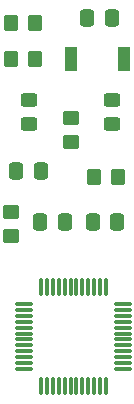
<source format=gtp>
G04 #@! TF.GenerationSoftware,KiCad,Pcbnew,9.0.7*
G04 #@! TF.CreationDate,2026-02-04T18:18:03+11:00*
G04 #@! TF.ProjectId,g3507-base,67333530-372d-4626-9173-652e6b696361,rev?*
G04 #@! TF.SameCoordinates,Original*
G04 #@! TF.FileFunction,Paste,Top*
G04 #@! TF.FilePolarity,Positive*
%FSLAX46Y46*%
G04 Gerber Fmt 4.6, Leading zero omitted, Abs format (unit mm)*
G04 Created by KiCad (PCBNEW 9.0.7) date 2026-02-04 18:18:03*
%MOMM*%
%LPD*%
G01*
G04 APERTURE LIST*
G04 Aperture macros list*
%AMRoundRect*
0 Rectangle with rounded corners*
0 $1 Rounding radius*
0 $2 $3 $4 $5 $6 $7 $8 $9 X,Y pos of 4 corners*
0 Add a 4 corners polygon primitive as box body*
4,1,4,$2,$3,$4,$5,$6,$7,$8,$9,$2,$3,0*
0 Add four circle primitives for the rounded corners*
1,1,$1+$1,$2,$3*
1,1,$1+$1,$4,$5*
1,1,$1+$1,$6,$7*
1,1,$1+$1,$8,$9*
0 Add four rect primitives between the rounded corners*
20,1,$1+$1,$2,$3,$4,$5,0*
20,1,$1+$1,$4,$5,$6,$7,0*
20,1,$1+$1,$6,$7,$8,$9,0*
20,1,$1+$1,$8,$9,$2,$3,0*%
G04 Aperture macros list end*
%ADD10RoundRect,0.250000X0.450000X-0.350000X0.450000X0.350000X-0.450000X0.350000X-0.450000X-0.350000X0*%
%ADD11RoundRect,0.250000X-0.337500X-0.475000X0.337500X-0.475000X0.337500X0.475000X-0.337500X0.475000X0*%
%ADD12RoundRect,0.075000X-0.662500X-0.075000X0.662500X-0.075000X0.662500X0.075000X-0.662500X0.075000X0*%
%ADD13RoundRect,0.075000X-0.075000X-0.662500X0.075000X-0.662500X0.075000X0.662500X-0.075000X0.662500X0*%
%ADD14RoundRect,0.250000X0.450000X-0.325000X0.450000X0.325000X-0.450000X0.325000X-0.450000X-0.325000X0*%
%ADD15R,1.000000X2.000000*%
%ADD16R,1.050000X2.000000*%
%ADD17RoundRect,0.250000X-0.350000X-0.450000X0.350000X-0.450000X0.350000X0.450000X-0.350000X0.450000X0*%
G04 APERTURE END LIST*
D10*
X113000000Y-79000000D03*
X113000000Y-77000000D03*
D11*
X119880000Y-77780000D03*
X121955000Y-77780000D03*
X113425000Y-73500000D03*
X115500000Y-73500000D03*
X115425000Y-77780000D03*
X117500000Y-77780000D03*
X119425000Y-60500000D03*
X121500000Y-60500000D03*
D12*
X114087500Y-84750000D03*
X114087500Y-85250000D03*
X114087500Y-85750000D03*
X114087500Y-86250000D03*
X114087500Y-86750000D03*
X114087500Y-87250000D03*
X114087500Y-87750000D03*
X114087500Y-88250000D03*
X114087500Y-88750000D03*
X114087500Y-89250000D03*
X114087500Y-89750000D03*
X114087500Y-90250000D03*
D13*
X115500000Y-91662500D03*
X116000000Y-91662500D03*
X116500000Y-91662500D03*
X117000000Y-91662500D03*
X117500000Y-91662500D03*
X118000000Y-91662500D03*
X118500000Y-91662500D03*
X119000000Y-91662500D03*
X119500000Y-91662500D03*
X120000000Y-91662500D03*
X120500000Y-91662500D03*
X121000000Y-91662500D03*
D12*
X122412500Y-90250000D03*
X122412500Y-89750000D03*
X122412500Y-89250000D03*
X122412500Y-88750000D03*
X122412500Y-88250000D03*
X122412500Y-87750000D03*
X122412500Y-87250000D03*
X122412500Y-86750000D03*
X122412500Y-86250000D03*
X122412500Y-85750000D03*
X122412500Y-85250000D03*
X122412500Y-84750000D03*
D13*
X121000000Y-83337500D03*
X120500000Y-83337500D03*
X120000000Y-83337500D03*
X119500000Y-83337500D03*
X119000000Y-83337500D03*
X118500000Y-83337500D03*
X118000000Y-83337500D03*
X117500000Y-83337500D03*
X117000000Y-83337500D03*
X116500000Y-83337500D03*
X116000000Y-83337500D03*
X115500000Y-83337500D03*
D10*
X118000000Y-71000000D03*
X118000000Y-69000000D03*
D14*
X114475000Y-69525000D03*
X114475000Y-67475000D03*
D15*
X118025000Y-64000000D03*
D16*
X122500000Y-64000000D03*
D17*
X120000000Y-74000000D03*
X122000000Y-74000000D03*
X113000000Y-64000000D03*
X115000000Y-64000000D03*
D14*
X121500000Y-69525000D03*
X121500000Y-67475000D03*
D17*
X113000000Y-61000000D03*
X115000000Y-61000000D03*
M02*

</source>
